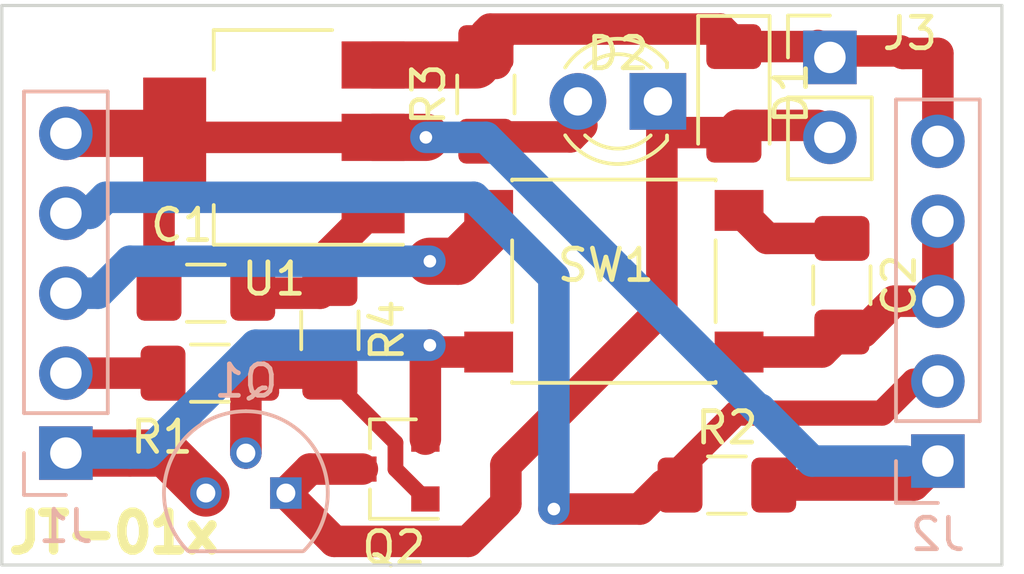
<source format=kicad_pcb>
(kicad_pcb (version 20171130) (host pcbnew 5.1.9-73d0e3b20d~88~ubuntu20.04.1)

  (general
    (thickness 1.6)
    (drawings 5)
    (tracks 96)
    (zones 0)
    (modules 15)
    (nets 10)
  )

  (page A4)
  (layers
    (0 F.Cu signal)
    (31 B.Cu signal)
    (32 B.Adhes user)
    (33 F.Adhes user)
    (34 B.Paste user)
    (35 F.Paste user)
    (36 B.SilkS user)
    (37 F.SilkS user)
    (38 B.Mask user)
    (39 F.Mask user)
    (40 Dwgs.User user)
    (41 Cmts.User user)
    (42 Eco1.User user)
    (43 Eco2.User user)
    (44 Edge.Cuts user)
    (45 Margin user)
    (46 B.CrtYd user)
    (47 F.CrtYd user)
    (48 B.Fab user)
    (49 F.Fab user)
  )

  (setup
    (last_trace_width 1)
    (trace_clearance 0.2)
    (zone_clearance 0.508)
    (zone_45_only no)
    (trace_min 0.2)
    (via_size 0.8)
    (via_drill 0.4)
    (via_min_size 0.4)
    (via_min_drill 0.3)
    (uvia_size 0.3)
    (uvia_drill 0.1)
    (uvias_allowed no)
    (uvia_min_size 0.2)
    (uvia_min_drill 0.1)
    (edge_width 0.1)
    (segment_width 0.2)
    (pcb_text_width 0.3)
    (pcb_text_size 1.5 1.5)
    (mod_edge_width 0.15)
    (mod_text_size 1 1)
    (mod_text_width 0.15)
    (pad_size 1.7 1.7)
    (pad_drill 1)
    (pad_to_mask_clearance 0)
    (solder_mask_min_width 0.25)
    (aux_axis_origin 0 0)
    (visible_elements FFFFFF7F)
    (pcbplotparams
      (layerselection 0x010f0_ffffffff)
      (usegerberextensions false)
      (usegerberattributes false)
      (usegerberadvancedattributes false)
      (creategerberjobfile false)
      (excludeedgelayer true)
      (linewidth 0.100000)
      (plotframeref false)
      (viasonmask false)
      (mode 1)
      (useauxorigin false)
      (hpglpennumber 1)
      (hpglpenspeed 20)
      (hpglpendiameter 15.000000)
      (psnegative false)
      (psa4output false)
      (plotreference true)
      (plotvalue false)
      (plotinvisibletext false)
      (padsonsilk true)
      (subtractmaskfromsilk false)
      (outputformat 1)
      (mirror false)
      (drillshape 0)
      (scaleselection 1)
      (outputdirectory ""))
  )

  (net 0 "")
  (net 1 GND)
  (net 2 +3V3)
  (net 3 "Net-(C2-Pad1)")
  (net 4 +5V)
  (net 5 "Net-(D1-Pad2)")
  (net 6 "Net-(D2-Pad2)")
  (net 7 "Net-(J1-Pad4)")
  (net 8 "Net-(Q1-Pad2)")
  (net 9 "Net-(J1-Pad2)")

  (net_class Default "This is the default net class."
    (clearance 0.2)
    (trace_width 1)
    (via_dia 0.8)
    (via_drill 0.4)
    (uvia_dia 0.3)
    (uvia_drill 0.1)
    (add_net +3V3)
    (add_net +5V)
    (add_net GND)
    (add_net "Net-(C2-Pad1)")
    (add_net "Net-(D1-Pad2)")
    (add_net "Net-(D2-Pad2)")
    (add_net "Net-(J1-Pad2)")
    (add_net "Net-(J1-Pad4)")
    (add_net "Net-(Q1-Pad2)")
  )

  (module TO_SOT_Packages_THT:TO-92_Molded_Narrow (layer B.Cu) (tedit 58CE52AF) (tstamp 5CDDC11F)
    (at 42.799 97.79 180)
    (descr "TO-92 leads molded, narrow, drill 0.6mm (see NXP sot054_po.pdf)")
    (tags "to-92 sc-43 sc-43a sot54 PA33 transistor")
    (path /5CB525D6)
    (fp_text reference Q1 (at 1.27 3.56 180) (layer B.SilkS)
      (effects (font (size 1 1) (thickness 0.15)) (justify mirror))
    )
    (fp_text value BC547 (at -2.413 1.524 180) (layer B.Fab)
      (effects (font (size 1 1) (thickness 0.15)) (justify mirror))
    )
    (fp_line (start -0.53 -1.85) (end 3.07 -1.85) (layer B.SilkS) (width 0.12))
    (fp_line (start -0.5 -1.75) (end 3 -1.75) (layer B.Fab) (width 0.1))
    (fp_line (start -1.46 2.73) (end 4 2.73) (layer B.CrtYd) (width 0.05))
    (fp_line (start -1.46 2.73) (end -1.46 -2.01) (layer B.CrtYd) (width 0.05))
    (fp_line (start 4 -2.01) (end 4 2.73) (layer B.CrtYd) (width 0.05))
    (fp_line (start 4 -2.01) (end -1.46 -2.01) (layer B.CrtYd) (width 0.05))
    (fp_text user %R (at 1.27 3.56 180) (layer B.Fab)
      (effects (font (size 1 1) (thickness 0.15)) (justify mirror))
    )
    (fp_arc (start 1.27 0) (end 1.27 2.48) (angle -135) (layer B.Fab) (width 0.1))
    (fp_arc (start 1.27 0) (end 1.27 2.6) (angle 135) (layer B.SilkS) (width 0.12))
    (fp_arc (start 1.27 0) (end 1.27 2.48) (angle 135) (layer B.Fab) (width 0.1))
    (fp_arc (start 1.27 0) (end 1.27 2.6) (angle -135) (layer B.SilkS) (width 0.12))
    (pad 2 thru_hole circle (at 1.27 1.27 90) (size 1 1) (drill 0.6) (layers *.Cu *.Mask)
      (net 8 "Net-(Q1-Pad2)"))
    (pad 3 thru_hole circle (at 2.54 0 90) (size 1 1) (drill 0.6) (layers *.Cu *.Mask)
      (net 1 GND))
    (pad 1 thru_hole rect (at 0 0 90) (size 1 1) (drill 0.6) (layers *.Cu *.Mask)
      (net 5 "Net-(D1-Pad2)"))
    (model ${KISYS3DMOD}/TO_SOT_Packages_THT.3dshapes/TO-92_Molded_Narrow.wrl
      (offset (xyz 1.269999980926514 0 0))
      (scale (xyz 1 1 1))
      (rotate (xyz 0 0 -90))
    )
  )

  (module Connector_PinHeader_2.54mm:PinHeader_1x05_P2.54mm_Vertical (layer B.Cu) (tedit 59FED5CC) (tstamp 605B199E)
    (at 63.5 96.774)
    (descr "Through hole straight pin header, 1x05, 2.54mm pitch, single row")
    (tags "Through hole pin header THT 1x05 2.54mm single row")
    (path /605C70FD)
    (fp_text reference J2 (at 0 2.33) (layer B.SilkS)
      (effects (font (size 1 1) (thickness 0.15)) (justify mirror))
    )
    (fp_text value 1-Wite (at 0 -12.49) (layer B.Fab)
      (effects (font (size 1 1) (thickness 0.15)) (justify mirror))
    )
    (fp_line (start 1.8 1.8) (end -1.8 1.8) (layer B.CrtYd) (width 0.05))
    (fp_line (start 1.8 -11.95) (end 1.8 1.8) (layer B.CrtYd) (width 0.05))
    (fp_line (start -1.8 -11.95) (end 1.8 -11.95) (layer B.CrtYd) (width 0.05))
    (fp_line (start -1.8 1.8) (end -1.8 -11.95) (layer B.CrtYd) (width 0.05))
    (fp_line (start -1.33 1.33) (end 0 1.33) (layer B.SilkS) (width 0.12))
    (fp_line (start -1.33 0) (end -1.33 1.33) (layer B.SilkS) (width 0.12))
    (fp_line (start -1.33 -1.27) (end 1.33 -1.27) (layer B.SilkS) (width 0.12))
    (fp_line (start 1.33 -1.27) (end 1.33 -11.49) (layer B.SilkS) (width 0.12))
    (fp_line (start -1.33 -1.27) (end -1.33 -11.49) (layer B.SilkS) (width 0.12))
    (fp_line (start -1.33 -11.49) (end 1.33 -11.49) (layer B.SilkS) (width 0.12))
    (fp_line (start -1.27 0.635) (end -0.635 1.27) (layer B.Fab) (width 0.1))
    (fp_line (start -1.27 -11.43) (end -1.27 0.635) (layer B.Fab) (width 0.1))
    (fp_line (start 1.27 -11.43) (end -1.27 -11.43) (layer B.Fab) (width 0.1))
    (fp_line (start 1.27 1.27) (end 1.27 -11.43) (layer B.Fab) (width 0.1))
    (fp_line (start -0.635 1.27) (end 1.27 1.27) (layer B.Fab) (width 0.1))
    (fp_text user %R (at 0 -5.08 -90) (layer B.Fab)
      (effects (font (size 1 1) (thickness 0.15)) (justify mirror))
    )
    (pad 1 thru_hole rect (at 0 0) (size 1.7 1.7) (drill 1) (layers *.Cu *.Mask)
      (net 2 +3V3))
    (pad 2 thru_hole oval (at 0 -2.54) (size 1.7 1.7) (drill 1) (layers *.Cu *.Mask)
      (net 7 "Net-(J1-Pad4)"))
    (pad 3 thru_hole oval (at 0 -5.08) (size 1.7 1.7) (drill 1) (layers *.Cu *.Mask)
      (net 1 GND))
    (pad 4 thru_hole oval (at 0 -7.62) (size 1.7 1.7) (drill 1) (layers *.Cu *.Mask)
      (net 1 GND))
    (pad 5 thru_hole oval (at 0 -10.16) (size 1.7 1.7) (drill 1) (layers *.Cu *.Mask)
      (net 4 +5V))
    (model ${KISYS3DMOD}/Connector_PinHeader_2.54mm.3dshapes/PinHeader_1x05_P2.54mm_Vertical.wrl
      (at (xyz 0 0 0))
      (scale (xyz 1 1 1))
      (rotate (xyz 0 0 0))
    )
  )

  (module Capacitor_SMD:C_1206_3216Metric_Pad1.42x1.75mm_HandSolder (layer F.Cu) (tedit 5B301BBE) (tstamp 606DB4BE)
    (at 40.259 91.44)
    (descr "Capacitor SMD 1206 (3216 Metric), square (rectangular) end terminal, IPC_7351 nominal with elongated pad for handsoldering. (Body size source: http://www.tortai-tech.com/upload/download/2011102023233369053.pdf), generated with kicad-footprint-generator")
    (tags "capacitor handsolder")
    (path /5CDCB938)
    (attr smd)
    (fp_text reference C1 (at -0.762 -2.159) (layer F.SilkS)
      (effects (font (size 1 1) (thickness 0.15)))
    )
    (fp_text value 10uF (at 0 1.82) (layer F.Fab)
      (effects (font (size 1 1) (thickness 0.15)))
    )
    (fp_line (start 2.45 1.12) (end -2.45 1.12) (layer F.CrtYd) (width 0.05))
    (fp_line (start 2.45 -1.12) (end 2.45 1.12) (layer F.CrtYd) (width 0.05))
    (fp_line (start -2.45 -1.12) (end 2.45 -1.12) (layer F.CrtYd) (width 0.05))
    (fp_line (start -2.45 1.12) (end -2.45 -1.12) (layer F.CrtYd) (width 0.05))
    (fp_line (start -0.602064 0.91) (end 0.602064 0.91) (layer F.SilkS) (width 0.12))
    (fp_line (start -0.602064 -0.91) (end 0.602064 -0.91) (layer F.SilkS) (width 0.12))
    (fp_line (start 1.6 0.8) (end -1.6 0.8) (layer F.Fab) (width 0.1))
    (fp_line (start 1.6 -0.8) (end 1.6 0.8) (layer F.Fab) (width 0.1))
    (fp_line (start -1.6 -0.8) (end 1.6 -0.8) (layer F.Fab) (width 0.1))
    (fp_line (start -1.6 0.8) (end -1.6 -0.8) (layer F.Fab) (width 0.1))
    (fp_text user %R (at 0 0) (layer F.Fab)
      (effects (font (size 0.8 0.8) (thickness 0.12)))
    )
    (pad 1 smd roundrect (at -1.4875 0) (size 1.425 1.75) (layers F.Cu F.Paste F.Mask) (roundrect_rratio 0.1754385964912281)
      (net 2 +3V3))
    (pad 2 smd roundrect (at 1.4875 0) (size 1.425 1.75) (layers F.Cu F.Paste F.Mask) (roundrect_rratio 0.1754385964912281)
      (net 1 GND))
    (model ${KISYS3DMOD}/Capacitor_SMD.3dshapes/C_1206_3216Metric.wrl
      (at (xyz 0 0 0))
      (scale (xyz 1 1 1))
      (rotate (xyz 0 0 0))
    )
  )

  (module Capacitor_SMD:C_1206_3216Metric_Pad1.42x1.75mm_HandSolder (layer F.Cu) (tedit 5B301BBE) (tstamp 606DB4CE)
    (at 60.452 91.186 270)
    (descr "Capacitor SMD 1206 (3216 Metric), square (rectangular) end terminal, IPC_7351 nominal with elongated pad for handsoldering. (Body size source: http://www.tortai-tech.com/upload/download/2011102023233369053.pdf), generated with kicad-footprint-generator")
    (tags "capacitor handsolder")
    (path /5CDC8F2A)
    (attr smd)
    (fp_text reference C2 (at 0 -1.82 90) (layer F.SilkS)
      (effects (font (size 1 1) (thickness 0.15)))
    )
    (fp_text value 100nF (at 0 1.82 90) (layer F.Fab)
      (effects (font (size 1 1) (thickness 0.15)))
    )
    (fp_text user %R (at 0 0 90) (layer F.Fab)
      (effects (font (size 0.8 0.8) (thickness 0.12)))
    )
    (fp_line (start -1.6 0.8) (end -1.6 -0.8) (layer F.Fab) (width 0.1))
    (fp_line (start -1.6 -0.8) (end 1.6 -0.8) (layer F.Fab) (width 0.1))
    (fp_line (start 1.6 -0.8) (end 1.6 0.8) (layer F.Fab) (width 0.1))
    (fp_line (start 1.6 0.8) (end -1.6 0.8) (layer F.Fab) (width 0.1))
    (fp_line (start -0.602064 -0.91) (end 0.602064 -0.91) (layer F.SilkS) (width 0.12))
    (fp_line (start -0.602064 0.91) (end 0.602064 0.91) (layer F.SilkS) (width 0.12))
    (fp_line (start -2.45 1.12) (end -2.45 -1.12) (layer F.CrtYd) (width 0.05))
    (fp_line (start -2.45 -1.12) (end 2.45 -1.12) (layer F.CrtYd) (width 0.05))
    (fp_line (start 2.45 -1.12) (end 2.45 1.12) (layer F.CrtYd) (width 0.05))
    (fp_line (start 2.45 1.12) (end -2.45 1.12) (layer F.CrtYd) (width 0.05))
    (pad 2 smd roundrect (at 1.4875 0 270) (size 1.425 1.75) (layers F.Cu F.Paste F.Mask) (roundrect_rratio 0.1754385964912281)
      (net 1 GND))
    (pad 1 smd roundrect (at -1.4875 0 270) (size 1.425 1.75) (layers F.Cu F.Paste F.Mask) (roundrect_rratio 0.1754385964912281)
      (net 3 "Net-(C2-Pad1)"))
    (model ${KISYS3DMOD}/Capacitor_SMD.3dshapes/C_1206_3216Metric.wrl
      (at (xyz 0 0 0))
      (scale (xyz 1 1 1))
      (rotate (xyz 0 0 0))
    )
  )

  (module Diode_SMD:D_1206_3216Metric_Pad1.42x1.75mm_HandSolder (layer F.Cu) (tedit 5B4B45C8) (tstamp 606DB4DE)
    (at 57.023 85.09 270)
    (descr "Diode SMD 1206 (3216 Metric), square (rectangular) end terminal, IPC_7351 nominal, (Body size source: http://www.tortai-tech.com/upload/download/2011102023233369053.pdf), generated with kicad-footprint-generator")
    (tags "diode handsolder")
    (path /5CAE4F73)
    (attr smd)
    (fp_text reference D1 (at 0 -1.82 90) (layer F.SilkS)
      (effects (font (size 1 1) (thickness 0.15)))
    )
    (fp_text value D (at 0 1.82 90) (layer F.Fab)
      (effects (font (size 1 1) (thickness 0.15)))
    )
    (fp_line (start 2.45 1.12) (end -2.45 1.12) (layer F.CrtYd) (width 0.05))
    (fp_line (start 2.45 -1.12) (end 2.45 1.12) (layer F.CrtYd) (width 0.05))
    (fp_line (start -2.45 -1.12) (end 2.45 -1.12) (layer F.CrtYd) (width 0.05))
    (fp_line (start -2.45 1.12) (end -2.45 -1.12) (layer F.CrtYd) (width 0.05))
    (fp_line (start -2.46 1.135) (end 1.6 1.135) (layer F.SilkS) (width 0.12))
    (fp_line (start -2.46 -1.135) (end -2.46 1.135) (layer F.SilkS) (width 0.12))
    (fp_line (start 1.6 -1.135) (end -2.46 -1.135) (layer F.SilkS) (width 0.12))
    (fp_line (start 1.6 0.8) (end 1.6 -0.8) (layer F.Fab) (width 0.1))
    (fp_line (start -1.6 0.8) (end 1.6 0.8) (layer F.Fab) (width 0.1))
    (fp_line (start -1.6 -0.4) (end -1.6 0.8) (layer F.Fab) (width 0.1))
    (fp_line (start -1.2 -0.8) (end -1.6 -0.4) (layer F.Fab) (width 0.1))
    (fp_line (start 1.6 -0.8) (end -1.2 -0.8) (layer F.Fab) (width 0.1))
    (fp_text user %R (at 0 0 90) (layer F.Fab)
      (effects (font (size 0.8 0.8) (thickness 0.12)))
    )
    (pad 1 smd roundrect (at -1.4875 0 270) (size 1.425 1.75) (layers F.Cu F.Paste F.Mask) (roundrect_rratio 0.1754385964912281)
      (net 4 +5V))
    (pad 2 smd roundrect (at 1.4875 0 270) (size 1.425 1.75) (layers F.Cu F.Paste F.Mask) (roundrect_rratio 0.1754385964912281)
      (net 5 "Net-(D1-Pad2)"))
    (model ${KISYS3DMOD}/Diode_SMD.3dshapes/D_1206_3216Metric.wrl
      (at (xyz 0 0 0))
      (scale (xyz 1 1 1))
      (rotate (xyz 0 0 0))
    )
  )

  (module LED_THT:LED_D3.0mm (layer F.Cu) (tedit 587A3A7B) (tstamp 606DB4F0)
    (at 54.61 85.344 180)
    (descr "LED, diameter 3.0mm, 2 pins")
    (tags "LED diameter 3.0mm 2 pins")
    (path /5CB4D6DA)
    (fp_text reference D2 (at 1.27 1.524 180) (layer F.SilkS)
      (effects (font (size 1 1) (thickness 0.15)))
    )
    (fp_text value LED (at 1.524 2.032 180) (layer F.Fab)
      (effects (font (size 1 1) (thickness 0.15)))
    )
    (fp_line (start 3.7 -2.25) (end -1.15 -2.25) (layer F.CrtYd) (width 0.05))
    (fp_line (start 3.7 2.25) (end 3.7 -2.25) (layer F.CrtYd) (width 0.05))
    (fp_line (start -1.15 2.25) (end 3.7 2.25) (layer F.CrtYd) (width 0.05))
    (fp_line (start -1.15 -2.25) (end -1.15 2.25) (layer F.CrtYd) (width 0.05))
    (fp_line (start -0.29 1.08) (end -0.29 1.236) (layer F.SilkS) (width 0.12))
    (fp_line (start -0.29 -1.236) (end -0.29 -1.08) (layer F.SilkS) (width 0.12))
    (fp_line (start -0.23 -1.16619) (end -0.23 1.16619) (layer F.Fab) (width 0.1))
    (fp_circle (center 1.27 0) (end 2.77 0) (layer F.Fab) (width 0.1))
    (fp_arc (start 1.27 0) (end -0.23 -1.16619) (angle 284.3) (layer F.Fab) (width 0.1))
    (fp_arc (start 1.27 0) (end -0.29 -1.235516) (angle 108.8) (layer F.SilkS) (width 0.12))
    (fp_arc (start 1.27 0) (end -0.29 1.235516) (angle -108.8) (layer F.SilkS) (width 0.12))
    (fp_arc (start 1.27 0) (end 0.229039 -1.08) (angle 87.9) (layer F.SilkS) (width 0.12))
    (fp_arc (start 1.27 0) (end 0.229039 1.08) (angle -87.9) (layer F.SilkS) (width 0.12))
    (pad 1 thru_hole rect (at 0 0 180) (size 1.8 1.8) (drill 0.9) (layers *.Cu *.Mask)
      (net 5 "Net-(D1-Pad2)"))
    (pad 2 thru_hole circle (at 2.54 0 180) (size 1.8 1.8) (drill 0.9) (layers *.Cu *.Mask)
      (net 6 "Net-(D2-Pad2)"))
    (model ${KISYS3DMOD}/LED_THT.3dshapes/LED_D3.0mm.wrl
      (at (xyz 0 0 0))
      (scale (xyz 1 1 1))
      (rotate (xyz 0 0 0))
    )
  )

  (module Connector_PinHeader_2.54mm:PinHeader_1x05_P2.54mm_Vertical (layer B.Cu) (tedit 59FED5CC) (tstamp 606DB502)
    (at 35.814 96.52)
    (descr "Through hole straight pin header, 1x05, 2.54mm pitch, single row")
    (tags "Through hole pin header THT 1x05 2.54mm single row")
    (path /5CB4FB5D)
    (fp_text reference J1 (at 0 2.33) (layer B.SilkS)
      (effects (font (size 1 1) (thickness 0.15)) (justify mirror))
    )
    (fp_text value ESP8266-12F (at 0 -12.49) (layer B.Fab) hide
      (effects (font (size 1 1) (thickness 0.15)) (justify mirror))
    )
    (fp_line (start 1.8 1.8) (end -1.8 1.8) (layer B.CrtYd) (width 0.05))
    (fp_line (start 1.8 -11.95) (end 1.8 1.8) (layer B.CrtYd) (width 0.05))
    (fp_line (start -1.8 -11.95) (end 1.8 -11.95) (layer B.CrtYd) (width 0.05))
    (fp_line (start -1.8 1.8) (end -1.8 -11.95) (layer B.CrtYd) (width 0.05))
    (fp_line (start -1.33 1.33) (end 0 1.33) (layer B.SilkS) (width 0.12))
    (fp_line (start -1.33 0) (end -1.33 1.33) (layer B.SilkS) (width 0.12))
    (fp_line (start -1.33 -1.27) (end 1.33 -1.27) (layer B.SilkS) (width 0.12))
    (fp_line (start 1.33 -1.27) (end 1.33 -11.49) (layer B.SilkS) (width 0.12))
    (fp_line (start -1.33 -1.27) (end -1.33 -11.49) (layer B.SilkS) (width 0.12))
    (fp_line (start -1.33 -11.49) (end 1.33 -11.49) (layer B.SilkS) (width 0.12))
    (fp_line (start -1.27 0.635) (end -0.635 1.27) (layer B.Fab) (width 0.1))
    (fp_line (start -1.27 -11.43) (end -1.27 0.635) (layer B.Fab) (width 0.1))
    (fp_line (start 1.27 -11.43) (end -1.27 -11.43) (layer B.Fab) (width 0.1))
    (fp_line (start 1.27 1.27) (end 1.27 -11.43) (layer B.Fab) (width 0.1))
    (fp_line (start -0.635 1.27) (end 1.27 1.27) (layer B.Fab) (width 0.1))
    (fp_text user %R (at 0 -5.08 -90) (layer B.Fab)
      (effects (font (size 1 1) (thickness 0.15)) (justify mirror))
    )
    (pad 1 thru_hole rect (at 0 0) (size 1.7 1.7) (drill 1) (layers *.Cu *.Mask)
      (net 1 GND))
    (pad 2 thru_hole oval (at 0 -2.54) (size 1.7 1.7) (drill 1) (layers *.Cu *.Mask)
      (net 9 "Net-(J1-Pad2)"))
    (pad 3 thru_hole oval (at 0 -5.08) (size 1.7 1.7) (drill 1) (layers *.Cu *.Mask)
      (net 3 "Net-(C2-Pad1)"))
    (pad 4 thru_hole oval (at 0 -7.62) (size 1.7 1.7) (drill 1) (layers *.Cu *.Mask)
      (net 7 "Net-(J1-Pad4)"))
    (pad 5 thru_hole oval (at 0 -10.16) (size 1.7 1.7) (drill 1) (layers *.Cu *.Mask)
      (net 2 +3V3))
    (model ${KISYS3DMOD}/Connector_PinHeader_2.54mm.3dshapes/PinHeader_1x05_P2.54mm_Vertical.wrl
      (at (xyz 0 0 0))
      (scale (xyz 1 1 1))
      (rotate (xyz 0 0 0))
    )
  )

  (module Connector_PinHeader_2.54mm:PinHeader_1x02_P2.54mm_Vertical (layer F.Cu) (tedit 59FED5CC) (tstamp 606DB52F)
    (at 60.071 83.947)
    (descr "Through hole straight pin header, 1x02, 2.54mm pitch, single row")
    (tags "Through hole pin header THT 1x02 2.54mm single row")
    (path /605BA32B)
    (fp_text reference J3 (at 2.54 -0.762) (layer F.SilkS)
      (effects (font (size 1 1) (thickness 0.15)))
    )
    (fp_text value Relay (at 0 4.87) (layer F.Fab)
      (effects (font (size 1 1) (thickness 0.15)))
    )
    (fp_line (start 1.8 -1.8) (end -1.8 -1.8) (layer F.CrtYd) (width 0.05))
    (fp_line (start 1.8 4.35) (end 1.8 -1.8) (layer F.CrtYd) (width 0.05))
    (fp_line (start -1.8 4.35) (end 1.8 4.35) (layer F.CrtYd) (width 0.05))
    (fp_line (start -1.8 -1.8) (end -1.8 4.35) (layer F.CrtYd) (width 0.05))
    (fp_line (start -1.33 -1.33) (end 0 -1.33) (layer F.SilkS) (width 0.12))
    (fp_line (start -1.33 0) (end -1.33 -1.33) (layer F.SilkS) (width 0.12))
    (fp_line (start -1.33 1.27) (end 1.33 1.27) (layer F.SilkS) (width 0.12))
    (fp_line (start 1.33 1.27) (end 1.33 3.87) (layer F.SilkS) (width 0.12))
    (fp_line (start -1.33 1.27) (end -1.33 3.87) (layer F.SilkS) (width 0.12))
    (fp_line (start -1.33 3.87) (end 1.33 3.87) (layer F.SilkS) (width 0.12))
    (fp_line (start -1.27 -0.635) (end -0.635 -1.27) (layer F.Fab) (width 0.1))
    (fp_line (start -1.27 3.81) (end -1.27 -0.635) (layer F.Fab) (width 0.1))
    (fp_line (start 1.27 3.81) (end -1.27 3.81) (layer F.Fab) (width 0.1))
    (fp_line (start 1.27 -1.27) (end 1.27 3.81) (layer F.Fab) (width 0.1))
    (fp_line (start -0.635 -1.27) (end 1.27 -1.27) (layer F.Fab) (width 0.1))
    (fp_text user %R (at 0 1.27 90) (layer F.Fab)
      (effects (font (size 1 1) (thickness 0.15)))
    )
    (pad 1 thru_hole rect (at 0 0) (size 1.7 1.7) (drill 1) (layers *.Cu *.Mask)
      (net 4 +5V))
    (pad 2 thru_hole oval (at 0 2.54) (size 1.7 1.7) (drill 1) (layers *.Cu *.Mask)
      (net 5 "Net-(D1-Pad2)"))
    (model ${KISYS3DMOD}/Connector_PinHeader_2.54mm.3dshapes/PinHeader_1x02_P2.54mm_Vertical.wrl
      (at (xyz 0 0 0))
      (scale (xyz 1 1 1))
      (rotate (xyz 0 0 0))
    )
  )

  (module Package_TO_SOT_SMD:SOT-23 (layer F.Cu) (tedit 5A02FF57) (tstamp 606DB544)
    (at 46.228 97.028 180)
    (descr "SOT-23, Standard")
    (tags SOT-23)
    (path /606DD676)
    (attr smd)
    (fp_text reference Q2 (at 0 -2.5) (layer F.SilkS)
      (effects (font (size 1 1) (thickness 0.15)))
    )
    (fp_text value BSS138 (at -2.667 0 90) (layer F.Fab)
      (effects (font (size 1 1) (thickness 0.15)))
    )
    (fp_text user %R (at 0 0 90) (layer F.Fab)
      (effects (font (size 0.5 0.5) (thickness 0.075)))
    )
    (fp_line (start -0.7 -0.95) (end -0.7 1.5) (layer F.Fab) (width 0.1))
    (fp_line (start -0.15 -1.52) (end 0.7 -1.52) (layer F.Fab) (width 0.1))
    (fp_line (start -0.7 -0.95) (end -0.15 -1.52) (layer F.Fab) (width 0.1))
    (fp_line (start 0.7 -1.52) (end 0.7 1.52) (layer F.Fab) (width 0.1))
    (fp_line (start -0.7 1.52) (end 0.7 1.52) (layer F.Fab) (width 0.1))
    (fp_line (start 0.76 1.58) (end 0.76 0.65) (layer F.SilkS) (width 0.12))
    (fp_line (start 0.76 -1.58) (end 0.76 -0.65) (layer F.SilkS) (width 0.12))
    (fp_line (start -1.7 -1.75) (end 1.7 -1.75) (layer F.CrtYd) (width 0.05))
    (fp_line (start 1.7 -1.75) (end 1.7 1.75) (layer F.CrtYd) (width 0.05))
    (fp_line (start 1.7 1.75) (end -1.7 1.75) (layer F.CrtYd) (width 0.05))
    (fp_line (start -1.7 1.75) (end -1.7 -1.75) (layer F.CrtYd) (width 0.05))
    (fp_line (start 0.76 -1.58) (end -1.4 -1.58) (layer F.SilkS) (width 0.12))
    (fp_line (start 0.76 1.58) (end -0.7 1.58) (layer F.SilkS) (width 0.12))
    (pad 3 smd rect (at 1 0 180) (size 0.9 0.8) (layers F.Cu F.Paste F.Mask)
      (net 5 "Net-(D1-Pad2)"))
    (pad 2 smd rect (at -1 0.95 180) (size 0.9 0.8) (layers F.Cu F.Paste F.Mask)
      (net 1 GND))
    (pad 1 smd rect (at -1 -0.95 180) (size 0.9 0.8) (layers F.Cu F.Paste F.Mask)
      (net 8 "Net-(Q1-Pad2)"))
    (model ${KISYS3DMOD}/Package_TO_SOT_SMD.3dshapes/SOT-23.wrl
      (at (xyz 0 0 0))
      (scale (xyz 1 1 1))
      (rotate (xyz 0 0 0))
    )
  )

  (module Resistor_SMD:R_1206_3216Metric_Pad1.42x1.75mm_HandSolder (layer F.Cu) (tedit 5B301BBD) (tstamp 606DB545)
    (at 40.386 93.98)
    (descr "Resistor SMD 1206 (3216 Metric), square (rectangular) end terminal, IPC_7351 nominal with elongated pad for handsoldering. (Body size source: http://www.tortai-tech.com/upload/download/2011102023233369053.pdf), generated with kicad-footprint-generator")
    (tags "resistor handsolder")
    (path /5CAE4569)
    (attr smd)
    (fp_text reference R1 (at -1.524 2.032) (layer F.SilkS)
      (effects (font (size 1 1) (thickness 0.15)))
    )
    (fp_text value 2k2 (at 0 1.82) (layer F.Fab)
      (effects (font (size 1 1) (thickness 0.15)))
    )
    (fp_line (start 2.45 1.12) (end -2.45 1.12) (layer F.CrtYd) (width 0.05))
    (fp_line (start 2.45 -1.12) (end 2.45 1.12) (layer F.CrtYd) (width 0.05))
    (fp_line (start -2.45 -1.12) (end 2.45 -1.12) (layer F.CrtYd) (width 0.05))
    (fp_line (start -2.45 1.12) (end -2.45 -1.12) (layer F.CrtYd) (width 0.05))
    (fp_line (start -0.602064 0.91) (end 0.602064 0.91) (layer F.SilkS) (width 0.12))
    (fp_line (start -0.602064 -0.91) (end 0.602064 -0.91) (layer F.SilkS) (width 0.12))
    (fp_line (start 1.6 0.8) (end -1.6 0.8) (layer F.Fab) (width 0.1))
    (fp_line (start 1.6 -0.8) (end 1.6 0.8) (layer F.Fab) (width 0.1))
    (fp_line (start -1.6 -0.8) (end 1.6 -0.8) (layer F.Fab) (width 0.1))
    (fp_line (start -1.6 0.8) (end -1.6 -0.8) (layer F.Fab) (width 0.1))
    (fp_text user %R (at 0 0) (layer F.Fab)
      (effects (font (size 0.8 0.8) (thickness 0.12)))
    )
    (pad 1 smd roundrect (at -1.4875 0) (size 1.425 1.75) (layers F.Cu F.Paste F.Mask) (roundrect_rratio 0.1754385964912281)
      (net 9 "Net-(J1-Pad2)"))
    (pad 2 smd roundrect (at 1.4875 0) (size 1.425 1.75) (layers F.Cu F.Paste F.Mask) (roundrect_rratio 0.1754385964912281)
      (net 8 "Net-(Q1-Pad2)"))
    (model ${KISYS3DMOD}/Resistor_SMD.3dshapes/R_1206_3216Metric.wrl
      (at (xyz 0 0 0))
      (scale (xyz 1 1 1))
      (rotate (xyz 0 0 0))
    )
  )

  (module Resistor_SMD:R_1206_3216Metric_Pad1.42x1.75mm_HandSolder (layer F.Cu) (tedit 5B301BBD) (tstamp 606DB555)
    (at 56.801 97.536)
    (descr "Resistor SMD 1206 (3216 Metric), square (rectangular) end terminal, IPC_7351 nominal with elongated pad for handsoldering. (Body size source: http://www.tortai-tech.com/upload/download/2011102023233369053.pdf), generated with kicad-footprint-generator")
    (tags "resistor handsolder")
    (path /5CAE4A9D)
    (attr smd)
    (fp_text reference R2 (at 0 -1.82) (layer F.SilkS)
      (effects (font (size 1 1) (thickness 0.15)))
    )
    (fp_text value 4k7 (at 0 1.82) (layer F.Fab)
      (effects (font (size 1 1) (thickness 0.15)))
    )
    (fp_text user %R (at 0 0) (layer F.Fab)
      (effects (font (size 0.8 0.8) (thickness 0.12)))
    )
    (fp_line (start -1.6 0.8) (end -1.6 -0.8) (layer F.Fab) (width 0.1))
    (fp_line (start -1.6 -0.8) (end 1.6 -0.8) (layer F.Fab) (width 0.1))
    (fp_line (start 1.6 -0.8) (end 1.6 0.8) (layer F.Fab) (width 0.1))
    (fp_line (start 1.6 0.8) (end -1.6 0.8) (layer F.Fab) (width 0.1))
    (fp_line (start -0.602064 -0.91) (end 0.602064 -0.91) (layer F.SilkS) (width 0.12))
    (fp_line (start -0.602064 0.91) (end 0.602064 0.91) (layer F.SilkS) (width 0.12))
    (fp_line (start -2.45 1.12) (end -2.45 -1.12) (layer F.CrtYd) (width 0.05))
    (fp_line (start -2.45 -1.12) (end 2.45 -1.12) (layer F.CrtYd) (width 0.05))
    (fp_line (start 2.45 -1.12) (end 2.45 1.12) (layer F.CrtYd) (width 0.05))
    (fp_line (start 2.45 1.12) (end -2.45 1.12) (layer F.CrtYd) (width 0.05))
    (pad 2 smd roundrect (at 1.4875 0) (size 1.425 1.75) (layers F.Cu F.Paste F.Mask) (roundrect_rratio 0.1754385964912281)
      (net 2 +3V3))
    (pad 1 smd roundrect (at -1.4875 0) (size 1.425 1.75) (layers F.Cu F.Paste F.Mask) (roundrect_rratio 0.1754385964912281)
      (net 7 "Net-(J1-Pad4)"))
    (model ${KISYS3DMOD}/Resistor_SMD.3dshapes/R_1206_3216Metric.wrl
      (at (xyz 0 0 0))
      (scale (xyz 1 1 1))
      (rotate (xyz 0 0 0))
    )
  )

  (module Resistor_SMD:R_1206_3216Metric_Pad1.42x1.75mm_HandSolder (layer F.Cu) (tedit 5B301BBD) (tstamp 606DB565)
    (at 49.149 85.122 90)
    (descr "Resistor SMD 1206 (3216 Metric), square (rectangular) end terminal, IPC_7351 nominal with elongated pad for handsoldering. (Body size source: http://www.tortai-tech.com/upload/download/2011102023233369053.pdf), generated with kicad-footprint-generator")
    (tags "resistor handsolder")
    (path /5CB4D769)
    (attr smd)
    (fp_text reference R3 (at 0 -1.82 90) (layer F.SilkS)
      (effects (font (size 1 1) (thickness 0.15)))
    )
    (fp_text value 1k (at 0 1.82 90) (layer F.Fab)
      (effects (font (size 1 1) (thickness 0.15)))
    )
    (fp_line (start 2.45 1.12) (end -2.45 1.12) (layer F.CrtYd) (width 0.05))
    (fp_line (start 2.45 -1.12) (end 2.45 1.12) (layer F.CrtYd) (width 0.05))
    (fp_line (start -2.45 -1.12) (end 2.45 -1.12) (layer F.CrtYd) (width 0.05))
    (fp_line (start -2.45 1.12) (end -2.45 -1.12) (layer F.CrtYd) (width 0.05))
    (fp_line (start -0.602064 0.91) (end 0.602064 0.91) (layer F.SilkS) (width 0.12))
    (fp_line (start -0.602064 -0.91) (end 0.602064 -0.91) (layer F.SilkS) (width 0.12))
    (fp_line (start 1.6 0.8) (end -1.6 0.8) (layer F.Fab) (width 0.1))
    (fp_line (start 1.6 -0.8) (end 1.6 0.8) (layer F.Fab) (width 0.1))
    (fp_line (start -1.6 -0.8) (end 1.6 -0.8) (layer F.Fab) (width 0.1))
    (fp_line (start -1.6 0.8) (end -1.6 -0.8) (layer F.Fab) (width 0.1))
    (fp_text user %R (at 0 0 90) (layer F.Fab)
      (effects (font (size 0.8 0.8) (thickness 0.12)))
    )
    (pad 1 smd roundrect (at -1.4875 0 90) (size 1.425 1.75) (layers F.Cu F.Paste F.Mask) (roundrect_rratio 0.1754385964912281)
      (net 6 "Net-(D2-Pad2)"))
    (pad 2 smd roundrect (at 1.4875 0 90) (size 1.425 1.75) (layers F.Cu F.Paste F.Mask) (roundrect_rratio 0.1754385964912281)
      (net 4 +5V))
    (model ${KISYS3DMOD}/Resistor_SMD.3dshapes/R_1206_3216Metric.wrl
      (at (xyz 0 0 0))
      (scale (xyz 1 1 1))
      (rotate (xyz 0 0 0))
    )
  )

  (module Resistor_SMD:R_1206_3216Metric_Pad1.42x1.75mm_HandSolder (layer F.Cu) (tedit 5B301BBD) (tstamp 606DB585)
    (at 44.196 92.6195 270)
    (descr "Resistor SMD 1206 (3216 Metric), square (rectangular) end terminal, IPC_7351 nominal with elongated pad for handsoldering. (Body size source: http://www.tortai-tech.com/upload/download/2011102023233369053.pdf), generated with kicad-footprint-generator")
    (tags "resistor handsolder")
    (path /606DCC52)
    (attr smd)
    (fp_text reference R4 (at 0 -1.82 90) (layer F.SilkS)
      (effects (font (size 1 1) (thickness 0.15)))
    )
    (fp_text value 100k (at 0 1.82 90) (layer F.Fab)
      (effects (font (size 1 1) (thickness 0.15)))
    )
    (fp_text user %R (at 0 0 90) (layer F.Fab)
      (effects (font (size 0.8 0.8) (thickness 0.12)))
    )
    (fp_line (start -1.6 0.8) (end -1.6 -0.8) (layer F.Fab) (width 0.1))
    (fp_line (start -1.6 -0.8) (end 1.6 -0.8) (layer F.Fab) (width 0.1))
    (fp_line (start 1.6 -0.8) (end 1.6 0.8) (layer F.Fab) (width 0.1))
    (fp_line (start 1.6 0.8) (end -1.6 0.8) (layer F.Fab) (width 0.1))
    (fp_line (start -0.602064 -0.91) (end 0.602064 -0.91) (layer F.SilkS) (width 0.12))
    (fp_line (start -0.602064 0.91) (end 0.602064 0.91) (layer F.SilkS) (width 0.12))
    (fp_line (start -2.45 1.12) (end -2.45 -1.12) (layer F.CrtYd) (width 0.05))
    (fp_line (start -2.45 -1.12) (end 2.45 -1.12) (layer F.CrtYd) (width 0.05))
    (fp_line (start 2.45 -1.12) (end 2.45 1.12) (layer F.CrtYd) (width 0.05))
    (fp_line (start 2.45 1.12) (end -2.45 1.12) (layer F.CrtYd) (width 0.05))
    (pad 2 smd roundrect (at 1.4875 0 270) (size 1.425 1.75) (layers F.Cu F.Paste F.Mask) (roundrect_rratio 0.1754385964912281)
      (net 8 "Net-(Q1-Pad2)"))
    (pad 1 smd roundrect (at -1.4875 0 270) (size 1.425 1.75) (layers F.Cu F.Paste F.Mask) (roundrect_rratio 0.1754385964912281)
      (net 1 GND))
    (model ${KISYS3DMOD}/Resistor_SMD.3dshapes/R_1206_3216Metric.wrl
      (at (xyz 0 0 0))
      (scale (xyz 1 1 1))
      (rotate (xyz 0 0 0))
    )
  )

  (module Package_TO_SOT_SMD:SOT-223-3_TabPin2 (layer F.Cu) (tedit 5A02FF57) (tstamp 606DB6F9)
    (at 42.418 86.487 180)
    (descr "module CMS SOT223 4 pins")
    (tags "CMS SOT")
    (path /5CDC69FF)
    (attr smd)
    (fp_text reference U1 (at 0 -4.5) (layer F.SilkS)
      (effects (font (size 1 1) (thickness 0.15)))
    )
    (fp_text value LM1117-3.3 (at 2.54 2.794) (layer F.Fab)
      (effects (font (size 1 1) (thickness 0.15)))
    )
    (fp_line (start 1.85 -3.35) (end 1.85 3.35) (layer F.Fab) (width 0.1))
    (fp_line (start -1.85 3.35) (end 1.85 3.35) (layer F.Fab) (width 0.1))
    (fp_line (start -4.1 -3.41) (end 1.91 -3.41) (layer F.SilkS) (width 0.12))
    (fp_line (start -0.85 -3.35) (end 1.85 -3.35) (layer F.Fab) (width 0.1))
    (fp_line (start -1.85 3.41) (end 1.91 3.41) (layer F.SilkS) (width 0.12))
    (fp_line (start -1.85 -2.35) (end -1.85 3.35) (layer F.Fab) (width 0.1))
    (fp_line (start -1.85 -2.35) (end -0.85 -3.35) (layer F.Fab) (width 0.1))
    (fp_line (start -4.4 -3.6) (end -4.4 3.6) (layer F.CrtYd) (width 0.05))
    (fp_line (start -4.4 3.6) (end 4.4 3.6) (layer F.CrtYd) (width 0.05))
    (fp_line (start 4.4 3.6) (end 4.4 -3.6) (layer F.CrtYd) (width 0.05))
    (fp_line (start 4.4 -3.6) (end -4.4 -3.6) (layer F.CrtYd) (width 0.05))
    (fp_line (start 1.91 -3.41) (end 1.91 -2.15) (layer F.SilkS) (width 0.12))
    (fp_line (start 1.91 3.41) (end 1.91 2.15) (layer F.SilkS) (width 0.12))
    (fp_text user %R (at 0 0 90) (layer F.Fab)
      (effects (font (size 0.8 0.8) (thickness 0.12)))
    )
    (pad 2 smd rect (at 3.15 0 180) (size 2 3.8) (layers F.Cu F.Paste F.Mask)
      (net 2 +3V3))
    (pad 2 smd rect (at -3.15 0 180) (size 2 1.5) (layers F.Cu F.Paste F.Mask)
      (net 2 +3V3))
    (pad 3 smd rect (at -3.15 2.3 180) (size 2 1.5) (layers F.Cu F.Paste F.Mask)
      (net 4 +5V))
    (pad 1 smd rect (at -3.15 -2.3 180) (size 2 1.5) (layers F.Cu F.Paste F.Mask)
      (net 1 GND))
    (model ${KISYS3DMOD}/Package_TO_SOT_SMD.3dshapes/SOT-223.wrl
      (at (xyz 0 0 0))
      (scale (xyz 1 1 1))
      (rotate (xyz 0 0 0))
    )
  )

  (module Button_Switch_SMD:SW_Push_1P1T_NO_6x6mm_H9.5mm (layer F.Cu) (tedit 5CA1CA7F) (tstamp 606DC0E9)
    (at 53.213 91.059)
    (descr "tactile push button, 6x6mm e.g. PTS645xx series, height=9.5mm")
    (tags "tact sw push 6mm smd")
    (path /5CB506D0)
    (attr smd)
    (fp_text reference SW1 (at -0.254 -0.508) (layer F.SilkS)
      (effects (font (size 1 1) (thickness 0.15)))
    )
    (fp_text value SW_Push (at -0.127 0.254) (layer F.Fab) hide
      (effects (font (size 1 1) (thickness 0.15)))
    )
    (fp_circle (center 0 0) (end 1.75 -0.05) (layer F.Fab) (width 0.1))
    (fp_line (start -3.23 3.23) (end 3.23 3.23) (layer F.SilkS) (width 0.12))
    (fp_line (start -3.23 -1.3) (end -3.23 1.3) (layer F.SilkS) (width 0.12))
    (fp_line (start -3.23 -3.23) (end 3.23 -3.23) (layer F.SilkS) (width 0.12))
    (fp_line (start 3.23 -1.3) (end 3.23 1.3) (layer F.SilkS) (width 0.12))
    (fp_line (start -3.23 -3.2) (end -3.23 -3.23) (layer F.SilkS) (width 0.12))
    (fp_line (start -3.23 3.23) (end -3.23 3.2) (layer F.SilkS) (width 0.12))
    (fp_line (start 3.23 3.23) (end 3.23 3.2) (layer F.SilkS) (width 0.12))
    (fp_line (start 3.23 -3.23) (end 3.23 -3.2) (layer F.SilkS) (width 0.12))
    (fp_line (start -5 -3.25) (end 5 -3.25) (layer F.CrtYd) (width 0.05))
    (fp_line (start -5 3.25) (end 5 3.25) (layer F.CrtYd) (width 0.05))
    (fp_line (start -5 -3.25) (end -5 3.25) (layer F.CrtYd) (width 0.05))
    (fp_line (start 5 3.25) (end 5 -3.25) (layer F.CrtYd) (width 0.05))
    (fp_line (start 3 -3) (end -3 -3) (layer F.Fab) (width 0.1))
    (fp_line (start 3 3) (end 3 -3) (layer F.Fab) (width 0.1))
    (fp_line (start -3 3) (end 3 3) (layer F.Fab) (width 0.1))
    (fp_line (start -3 -3) (end -3 3) (layer F.Fab) (width 0.1))
    (fp_text user %R (at -0.254 -0.508) (layer F.Fab)
      (effects (font (size 1 1) (thickness 0.15)))
    )
    (pad 2 smd rect (at -3.975 2.25) (size 1.55 1.3) (layers F.Cu F.Paste F.Mask)
      (net 1 GND))
    (pad 1 smd rect (at -3.975 -2.25) (size 1.55 1.3) (layers F.Cu F.Paste F.Mask)
      (net 3 "Net-(C2-Pad1)"))
    (pad 1 smd rect (at 3.975 -2.25) (size 1.55 1.3) (layers F.Cu F.Paste F.Mask)
      (net 3 "Net-(C2-Pad1)"))
    (pad 2 smd rect (at 3.975 2.25) (size 1.55 1.3) (layers F.Cu F.Paste F.Mask)
      (net 1 GND))
    (model ${KISYS3DMOD}/Button_Switch_SMD.3dshapes/SW_PUSH_6mm_H9.5mm.wrl
      (at (xyz 0 0 0))
      (scale (xyz 1 1 1))
      (rotate (xyz 0 0 0))
    )
  )

  (gr_text JT-01x (at 37.338 99.06) (layer F.SilkS)
    (effects (font (size 1.2 1.2) (thickness 0.3)))
  )
  (gr_line (start 33.782 82.296) (end 65.532 82.296) (layer Edge.Cuts) (width 0.1) (tstamp 605B728F))
  (gr_line (start 65.532 100.076) (end 33.782 100.076) (layer Edge.Cuts) (width 0.1) (tstamp 605B728E))
  (gr_line (start 33.782 100.076) (end 33.782 82.296) (layer Edge.Cuts) (width 0.1) (tstamp 605B718E))
  (gr_line (start 65.532 100.076) (end 65.532 82.296) (layer Edge.Cuts) (width 0.1) (tstamp 605B7189))

  (segment (start 38.989 96.52) (end 40.259 97.79) (width 1.5) (layer F.Cu) (net 1) (status 20))
  (segment (start 35.814 96.52) (end 37.846 96.52) (width 1.5) (layer F.Cu) (net 1) (status 10))
  (segment (start 37.846 96.52) (end 38.989 96.52) (width 1.5) (layer F.Cu) (net 1) (tstamp 5CDDE1F3))
  (via (at 47.371 93.091) (size 0.8) (drill 0.4) (layers F.Cu B.Cu) (net 1))
  (segment (start 37.846 96.52) (end 35.814 96.52) (width 1) (layer B.Cu) (net 1) (status 20))
  (segment (start 38.411685 96.52) (end 37.846 96.52) (width 1) (layer B.Cu) (net 1))
  (segment (start 41.840685 93.091) (end 38.411685 96.52) (width 1) (layer B.Cu) (net 1))
  (segment (start 47.371 93.091) (end 41.840685 93.091) (width 1) (layer B.Cu) (net 1) (tstamp 606DB732))
  (segment (start 63.5 89.154) (end 63.5 91.694) (width 1) (layer F.Cu) (net 1) (status 30))
  (segment (start 43.888 91.44) (end 44.196 91.132) (width 1) (layer F.Cu) (net 1) (status 30))
  (segment (start 41.7465 91.44) (end 43.888 91.44) (width 1) (layer F.Cu) (net 1) (status 30))
  (segment (start 44.196 90.159) (end 45.568 88.787) (width 1) (layer F.Cu) (net 1) (status 20))
  (segment (start 44.196 91.132) (end 44.196 90.159) (width 1) (layer F.Cu) (net 1) (status 10))
  (segment (start 47.228 93.234) (end 47.371 93.091) (width 1) (layer F.Cu) (net 1))
  (segment (start 47.228 96.078) (end 47.228 93.234) (width 1) (layer F.Cu) (net 1))
  (segment (start 59.8165 93.309) (end 60.452 92.6735) (width 1) (layer F.Cu) (net 1))
  (segment (start 57.188 93.309) (end 59.8165 93.309) (width 1) (layer F.Cu) (net 1))
  (segment (start 60.452 92.6735) (end 61.1235 92.6735) (width 1) (layer F.Cu) (net 1))
  (segment (start 62.103 91.694) (end 63.5 91.694) (width 1) (layer F.Cu) (net 1))
  (segment (start 61.1235 92.6735) (end 62.103 91.694) (width 1) (layer F.Cu) (net 1))
  (segment (start 47.589 93.309) (end 47.371 93.091) (width 1) (layer F.Cu) (net 1))
  (segment (start 49.238 93.309) (end 47.589 93.309) (width 1) (layer F.Cu) (net 1))
  (segment (start 39.141 86.36) (end 39.268 86.487) (width 1) (layer F.Cu) (net 2) (status 30))
  (segment (start 35.814 86.36) (end 39.141 86.36) (width 1.5) (layer F.Cu) (net 2) (status 30))
  (segment (start 45.568 86.487) (end 47.244 86.487) (width 1.5) (layer F.Cu) (net 2) (status 10))
  (via (at 47.244 86.487) (size 0.8) (drill 0.4) (layers F.Cu B.Cu) (net 2))
  (segment (start 49.149 86.487) (end 47.244 86.487) (width 1) (layer B.Cu) (net 2))
  (segment (start 51.308 88.646) (end 49.149 86.487) (width 1) (layer B.Cu) (net 2))
  (segment (start 57.785 95.123) (end 51.308 88.646) (width 1) (layer B.Cu) (net 2))
  (segment (start 57.854315 95.123) (end 57.785 95.123) (width 1) (layer B.Cu) (net 2))
  (segment (start 59.505315 96.774) (end 57.854315 95.123) (width 1) (layer B.Cu) (net 2))
  (segment (start 62.484 96.774) (end 59.505315 96.774) (width 1) (layer B.Cu) (net 2))
  (segment (start 38.7715 86.9835) (end 39.268 86.487) (width 1) (layer F.Cu) (net 2) (status 30))
  (segment (start 38.7715 91.44) (end 38.7715 86.9835) (width 1) (layer F.Cu) (net 2) (status 30))
  (segment (start 45.568 86.487) (end 39.268 86.487) (width 1) (layer F.Cu) (net 2) (status 30))
  (segment (start 62.738 97.536) (end 63.5 96.774) (width 1) (layer F.Cu) (net 2))
  (segment (start 58.2885 97.536) (end 62.738 97.536) (width 1) (layer F.Cu) (net 2))
  (via (at 47.371 90.424) (size 0.8) (drill 0.4) (layers F.Cu B.Cu) (net 3) (tstamp 5DA0945F))
  (segment (start 37.846 90.424) (end 47.371 90.424) (width 1) (layer B.Cu) (net 3))
  (segment (start 48.258 90.424) (end 49.365 89.317) (width 1.5) (layer F.Cu) (net 3))
  (segment (start 47.371 90.424) (end 48.258 90.424) (width 1.5) (layer F.Cu) (net 3))
  (segment (start 37.846 90.424) (end 36.83 91.44) (width 1) (layer B.Cu) (net 3))
  (segment (start 36.83 91.44) (end 35.814 91.44) (width 1) (layer B.Cu) (net 3) (status 20))
  (segment (start 58.0775 89.6985) (end 57.188 88.809) (width 1) (layer F.Cu) (net 3))
  (segment (start 60.452 89.6985) (end 58.0775 89.6985) (width 1) (layer F.Cu) (net 3))
  (segment (start 48.846 84.187) (end 48.895 84.138) (width 1) (layer F.Cu) (net 4) (status 30))
  (segment (start 45.568 84.187) (end 48.846 84.187) (width 1.5) (layer F.Cu) (net 4) (status 30))
  (segment (start 48.895 84.138) (end 49.466 84.138) (width 1) (layer F.Cu) (net 4) (status 30))
  (segment (start 59.865 83.741) (end 59.69 83.566) (width 1) (layer F.Cu) (net 4) (status 30))
  (segment (start 62.309 83.741) (end 59.865 83.741) (width 1) (layer F.Cu) (net 4) (status 20))
  (segment (start 49.585 83.336) (end 49.149 83.772) (width 1) (layer F.Cu) (net 4) (status 30))
  (segment (start 63.5 86.614) (end 63.5 83.82) (width 1) (layer F.Cu) (net 4) (status 10))
  (segment (start 62.388 83.82) (end 62.309 83.741) (width 1) (layer F.Cu) (net 4))
  (segment (start 63.5 83.82) (end 62.388 83.82) (width 1) (layer F.Cu) (net 4))
  (segment (start 49.149 83.185) (end 49.28799 83.04601) (width 1) (layer F.Cu) (net 4))
  (segment (start 49.149 83.6345) (end 49.149 83.185) (width 1) (layer F.Cu) (net 4))
  (segment (start 56.59351 83.04601) (end 57.15 83.6025) (width 1) (layer F.Cu) (net 4))
  (segment (start 49.28799 83.04601) (end 56.59351 83.04601) (width 1) (layer F.Cu) (net 4))
  (segment (start 59.5995 83.6025) (end 59.817 83.82) (width 1) (layer F.Cu) (net 4))
  (segment (start 57.15 83.6025) (end 59.5995 83.6025) (width 1) (layer F.Cu) (net 4))
  (segment (start 43.561 97.028) (end 42.799 97.79) (width 1) (layer F.Cu) (net 5))
  (segment (start 45.228 97.028) (end 43.561 97.028) (width 1) (layer F.Cu) (net 5))
  (segment (start 44.33499 99.32599) (end 42.799 97.79) (width 1) (layer F.Cu) (net 5))
  (segment (start 48.58294 99.32599) (end 44.33499 99.32599) (width 1) (layer F.Cu) (net 5))
  (segment (start 49.784 98.12493) (end 48.58294 99.32599) (width 1) (layer F.Cu) (net 5))
  (segment (start 49.784 96.901) (end 49.784 98.12493) (width 1) (layer F.Cu) (net 5))
  (segment (start 54.737 91.948) (end 49.784 96.901) (width 1) (layer F.Cu) (net 5))
  (segment (start 54.737 86.106) (end 54.737 91.948) (width 1) (layer F.Cu) (net 5))
  (segment (start 54.967 86.336) (end 54.737 86.106) (width 1) (layer F.Cu) (net 5))
  (segment (start 57.126 86.106) (end 56.896 86.336) (width 1) (layer F.Cu) (net 5))
  (segment (start 56.896 86.336) (end 54.967 86.336) (width 1) (layer F.Cu) (net 5))
  (segment (start 59.69 86.106) (end 57.126 86.106) (width 1) (layer F.Cu) (net 5))
  (segment (start 51.831 86.472) (end 52.197 86.106) (width 1) (layer F.Cu) (net 6) (status 20))
  (segment (start 49.149 86.472) (end 51.831 86.472) (width 1) (layer F.Cu) (net 6) (status 10))
  (segment (start 54.951 97.536) (end 54.801 97.536) (width 1) (layer F.Cu) (net 7) (status 30))
  (via (at 51.308 98.298) (size 0.8) (drill 0.4) (layers F.Cu B.Cu) (net 7))
  (segment (start 54.039 98.298) (end 54.801 97.536) (width 1) (layer F.Cu) (net 7) (status 20))
  (segment (start 51.308 98.298) (end 54.039 98.298) (width 1) (layer F.Cu) (net 7))
  (segment (start 37.084 88.392) (end 36.576 88.9) (width 1) (layer B.Cu) (net 7) (status 20))
  (segment (start 48.768 88.392) (end 37.084 88.392) (width 1) (layer B.Cu) (net 7))
  (segment (start 36.576 88.9) (end 35.814 88.9) (width 1) (layer B.Cu) (net 7) (status 30))
  (segment (start 51.308 90.932) (end 48.768 88.392) (width 1) (layer B.Cu) (net 7))
  (segment (start 51.308 98.298) (end 51.308 90.932) (width 1) (layer B.Cu) (net 7))
  (segment (start 57.087 95.25) (end 54.801 97.536) (width 0.8) (layer F.Cu) (net 7) (status 20))
  (segment (start 61.722 95.25) (end 57.087 95.25) (width 0.8) (layer F.Cu) (net 7))
  (segment (start 62.738 94.234) (end 61.722 95.25) (width 0.8) (layer F.Cu) (net 7) (status 10))
  (segment (start 63.5 94.234) (end 62.738 94.234) (width 0.8) (layer F.Cu) (net 7) (status 30))
  (segment (start 41.529 96.52) (end 41.529 96.266) (width 1) (layer F.Cu) (net 8) (status 30))
  (segment (start 41.529 94.3245) (end 41.8735 93.98) (width 1) (layer F.Cu) (net 8))
  (segment (start 41.529 96.52) (end 41.529 94.3245) (width 1) (layer F.Cu) (net 8))
  (segment (start 44.069 93.98) (end 44.196 94.107) (width 1) (layer F.Cu) (net 8))
  (segment (start 41.8735 93.98) (end 44.069 93.98) (width 1) (layer F.Cu) (net 8))
  (segment (start 46.27799 96.18899) (end 44.196 94.107) (width 0.5) (layer F.Cu) (net 8))
  (segment (start 46.27799 97.02799) (end 46.27799 96.18899) (width 0.5) (layer F.Cu) (net 8))
  (segment (start 47.228 97.978) (end 46.27799 97.02799) (width 0.5) (layer F.Cu) (net 8))
  (segment (start 38.8985 93.98) (end 35.814 93.98) (width 1) (layer F.Cu) (net 9))

)

</source>
